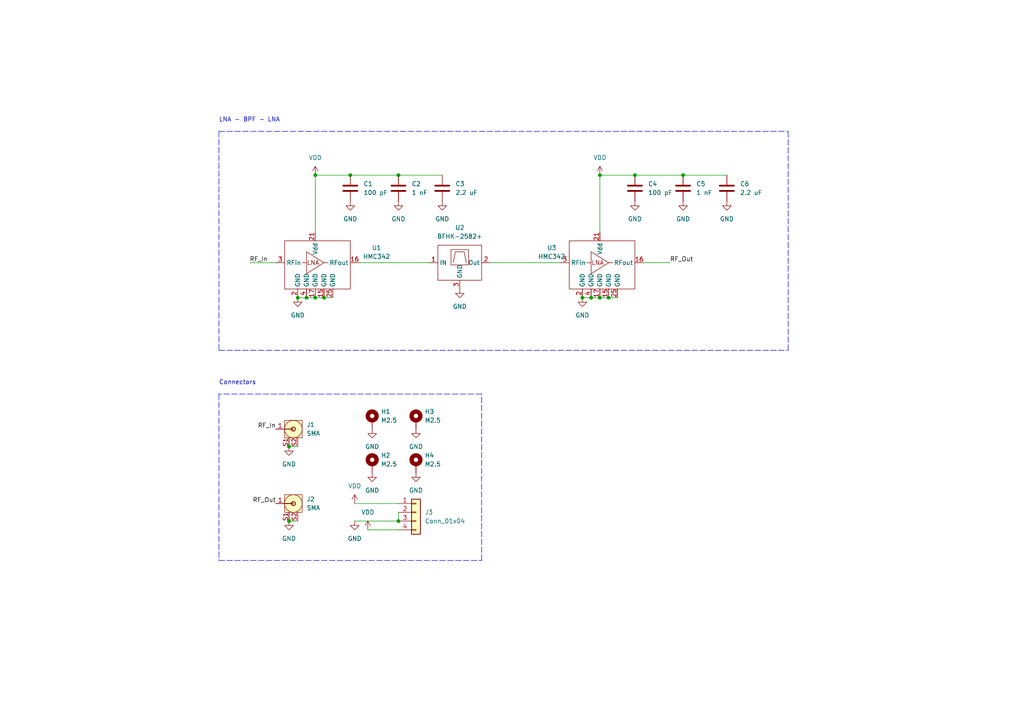
<source format=kicad_sch>
(kicad_sch (version 20211123) (generator eeschema)
  (paper "A4")
  (lib_symbols
    (symbol "Connector_Generic:Conn_01x04" (pin_names (offset 1.016) hide)
      (property "Reference" "J" (at 0 5.08 0))
      (property "Value" "Conn_01x04" (at 0 -7.62 0))
      (symbol "Conn_01x04_1_1"
        (rectangle (start -1.27 -4.953) (end 0 -5.207) (stroke (width 0.1524)))
        (rectangle (start -1.27 -2.413) (end 0 -2.667) (stroke (width 0.1524)))
        (rectangle (start -1.27 0.127) (end 0 -0.127) (stroke (width 0.1524)))
        (rectangle (start -1.27 2.667) (end 0 2.413) (stroke (width 0.1524)))
        (rectangle (start -1.27 3.81) (end 1.27 -6.35) (stroke (width 0.254)) (fill (type background)))
        (pin passive line (at -5.08 2.54 0) (length 3.81) (name "Pin_1") (number "1"))
        (pin passive line (at -5.08 0 0) (length 3.81) (name "Pin_2") (number "2"))
        (pin passive line (at -5.08 -2.54 0) (length 3.81) (name "Pin_3") (number "3"))
        (pin passive line (at -5.08 -5.08 0) (length 3.81) (name "Pin_4") (number "4"))
      )
    )
    (symbol "Device:C" (pin_numbers hide) (pin_names (offset 0.254))
      (property "Reference" "C" (at 0.635 2.54 0))
      (property "Value" "C" (at 0.635 -2.54 0))
      (symbol "C_0_1"
        (polyline (pts (xy -2.032 -0.762) (xy 2.032 -0.762)) (stroke (width 0.508)))
        (polyline (pts (xy -2.032 0.762) (xy 2.032 0.762)) (stroke (width 0.508)))
      )
      (symbol "C_1_1"
        (pin passive line (at 0 3.81 270) (length 2.794) (name "~") (number "1"))
        (pin passive line (at 0 -3.81 90) (length 2.794) (name "~") (number "2"))
      )
    )
    (symbol "GGS_Connectors:SMA"
      (property "Reference" "J" (at 3.81 12.7 0))
      (property "Value" "SMA" (at 5.08 10.16 0))
      (symbol "SMA_0_1"
        (polyline (pts (xy 6.35 6.35) (xy 3.81 6.35)) (stroke (width 0.254)))
        (rectangle (start 3.81 8.89) (end 8.89 3.81) (fill (type background)))
        (circle (center 6.35 6.35) (radius 0.568) (stroke (width 0.254)))
        (circle (center 6.35 6.35) (radius 2.54))
      )
      (symbol "SMA_1_1"
        (pin bidirectional line (at 1.27 6.35 0) (length 2.54) (name "") (number "1"))
        (pin power_in line (at 5.08 1.27 90) (length 2.54) (name "") (number "S1"))
        (pin power_in line (at 7.62 1.27 90) (length 2.54) (name "") (number "S2"))
      )
    )
    (symbol "GGS_RF:BFHK-2582+"
      (property "Reference" "U" (at 0 0 0))
      (property "Value" "BFHK-2582+" (at 0 0 0))
      (symbol "BFHK-2582+_0_0"
        (polyline (pts (xy 8.255 6.35) (xy 8.89 9.525) (xy 11.43 9.525) (xy 12.065 6.35)))
        (rectangle (start 3.81 11.43) (end 16.51 1.27))
        (rectangle (start 7.62 10.16) (end 12.7 5.715))
        (pin input line (at 1.27 6.35 0) (length 2.54) (name "IN") (number "1"))
        (pin output line (at 19.05 6.35 180) (length 2.54) (name "Out") (number "2"))
        (pin passive line (at 10.16 -1.27 90) (length 2.54) (name "GND") (number "3"))
      )
    )
    (symbol "GGS_RF:HMC342"
      (property "Reference" "U" (at -3.81 22.86 0))
      (property "Value" "HMC342" (at -3.81 25.4 0))
      (symbol "HMC342_0_0"
        (text "LNA" (at 9.525 13.97 0) (effects (font (size 1.27 1.27))))
        (pin unspecified line (at 19.685 -10.795 0) (length 2.54) hide (name "") (number "1"))
        (pin unspecified line (at 19.685 -26.035 0) (length 2.54) hide (name "") (number "10"))
        (pin unspecified line (at 19.685 -28.575 0) (length 2.54) hide (name "") (number "11"))
        (pin unspecified line (at 5.715 -10.795 0) (length 2.54) hide (name "") (number "12"))
        (pin unspecified line (at 5.715 -13.335 0) (length 2.54) hide (name "") (number "13"))
        (pin unspecified line (at 5.715 -15.875 0) (length 2.54) hide (name "") (number "14"))
        (pin passive line (at 12.7 3.81 90) (length 2.54) (name "GND") (number "15"))
        (pin output line (at 22.86 13.97 180) (length 2.54) (name "RFout") (number "16"))
        (pin passive line (at 10.16 3.81 90) (length 2.54) (name "GND") (number "17"))
        (pin unspecified line (at 5.715 -18.415 0) (length 2.54) hide (name "") (number "18"))
        (pin unspecified line (at 5.715 -20.955 0) (length 2.54) hide (name "") (number "19"))
        (pin passive line (at 5.08 3.81 90) (length 2.54) (name "GND") (number "2"))
        (pin unspecified line (at 5.715 -23.495 0) (length 2.54) hide (name "") (number "20"))
        (pin passive line (at 10.16 22.86 270) (length 2.54) (name "Vdd") (number "21"))
        (pin unspecified line (at 5.715 -26.035 0) (length 2.54) hide (name "") (number "22"))
        (pin unspecified line (at 5.715 -28.575 0) (length 2.54) hide (name "") (number "23"))
        (pin unspecified line (at 19.685 -8.255 0) (length 2.54) hide (name "") (number "24"))
        (pin passive line (at 15.24 3.81 90) (length 2.54) (name "GND") (number "25"))
        (pin input line (at -1.27 13.97 0) (length 2.54) (name "RFin") (number "3"))
        (pin passive line (at 7.62 3.81 90) (length 2.54) (name "GND") (number "4"))
        (pin unspecified line (at 19.685 -13.335 0) (length 2.54) hide (name "") (number "5"))
        (pin unspecified line (at 19.685 -15.875 0) (length 2.54) hide (name "") (number "6"))
        (pin unspecified line (at 19.685 -18.415 0) (length 2.54) hide (name "") (number "7"))
        (pin unspecified line (at 19.685 -20.955 0) (length 2.54) hide (name "") (number "8"))
        (pin unspecified line (at 19.685 -23.495 0) (length 2.54) hide (name "") (number "9"))
      )
      (symbol "HMC342_0_1"
        (polyline (pts (xy 7.62 13.97) (xy 6.35 13.97)))
        (polyline (pts (xy 13.97 13.97) (xy 12.7 13.97)))
        (polyline (pts (xy 7.62 17.145) (xy 7.62 10.795) (xy 12.7 13.97) (xy 7.62 17.145)))
        (rectangle (start 1.27 20.32) (end 20.32 6.35))
      )
    )
    (symbol "Mechanical:MountingHole_Pad" (pin_numbers hide) (pin_names (offset 1.016) hide)
      (property "Reference" "H" (at 0 6.35 0))
      (property "Value" "MountingHole_Pad" (at 0 4.445 0))
      (symbol "MountingHole_Pad_0_1"
        (circle (center 0 1.27) (radius 1.27) (stroke (width 1.27)))
      )
      (symbol "MountingHole_Pad_1_1"
        (pin input line (at 0 -2.54 90) (length 2.54) (name "1") (number "1"))
      )
    )
    (symbol "power:GND" (power) (pin_names (offset 0))
      (property "Value" "GND" (at 0 -3.81 0))
      (symbol "GND_0_1"
        (polyline (pts (xy 0 0) (xy 0 -1.27) (xy 1.27 -1.27) (xy 0 -2.54) (xy -1.27 -1.27) (xy 0 -1.27)))
      )
      (symbol "GND_1_1"
        (pin power_in line (at 0 0 270) (length 0) hide (name "GND") (number "1"))
      )
    )
    (symbol "power:VDD" (power) (pin_names (offset 0))
      (property "Value" "VDD" (at 0 3.81 0))
      (symbol "VDD_0_1"
        (polyline (pts (xy -0.762 1.27) (xy 0 2.54)))
        (polyline (pts (xy 0 0) (xy 0 2.54)))
        (polyline (pts (xy 0 2.54) (xy 0.762 1.27)))
      )
      (symbol "VDD_1_1"
        (pin power_in line (at 0 0 90) (length 0) hide (name "VDD") (number "1"))
      )
    )
  )
  (junction (at 176.53 86.36))
  (junction (at 88.9 86.36))
  (junction (at 198.12 50.8))
  (junction (at 173.99 50.8))
  (junction (at 91.44 50.8))
  (junction (at 184.15 50.8))
  (junction (at 83.82 129.54))
  (junction (at 115.57 151.13))
  (junction (at 171.45 86.36))
  (junction (at 168.91 86.36))
  (junction (at 93.98 86.36))
  (junction (at 101.6 50.8))
  (junction (at 83.82 151.13))
  (junction (at 115.57 50.8))
  (junction (at 173.99 86.36))
  (junction (at 86.36 86.36))
  (junction (at 91.44 86.36))
  (wire (pts (xy 104.14 76.2) (xy 124.46 76.2)))
  (wire (pts (xy 184.15 50.8) (xy 198.12 50.8)))
  (polyline (pts (xy 63.5 101.6) (xy 228.6 101.6)))
  (wire (pts (xy 102.87 151.13) (xy 115.57 151.13)))
  (wire (pts (xy 83.82 129.54) (xy 86.36 129.54)))
  (wire (pts (xy 142.24 76.2) (xy 162.56 76.2)))
  (wire (pts (xy 88.9 86.36) (xy 91.44 86.36)))
  (wire (pts (xy 91.44 86.36) (xy 93.98 86.36)))
  (wire (pts (xy 72.39 76.2) (xy 80.01 76.2)))
  (wire (pts (xy 194.31 76.2) (xy 186.69 76.2)))
  (wire (pts (xy 115.57 50.8) (xy 128.27 50.8)))
  (wire (pts (xy 173.99 86.36) (xy 176.53 86.36)))
  (wire (pts (xy 93.98 86.36) (xy 96.52 86.36)))
  (wire (pts (xy 173.99 50.8) (xy 173.99 67.31)))
  (wire (pts (xy 168.91 86.36) (xy 171.45 86.36)))
  (wire (pts (xy 171.45 86.36) (xy 173.99 86.36)))
  (polyline (pts (xy 228.6 101.6) (xy 228.6 38.1)))
  (wire (pts (xy 106.68 153.67) (xy 115.57 153.67)))
  (wire (pts (xy 115.57 148.59) (xy 115.57 151.13)))
  (wire (pts (xy 198.12 50.8) (xy 210.82 50.8)))
  (polyline (pts (xy 63.5 162.56) (xy 139.7 162.56)))
  (polyline (pts (xy 63.5 114.3) (xy 63.5 114.3)))
  (wire (pts (xy 91.44 50.8) (xy 91.44 67.31)))
  (wire (pts (xy 102.87 146.05) (xy 115.57 146.05)))
  (wire (pts (xy 83.82 151.13) (xy 86.36 151.13)))
  (wire (pts (xy 91.44 50.8) (xy 101.6 50.8)))
  (wire (pts (xy 173.99 50.8) (xy 184.15 50.8)))
  (polyline (pts (xy 63.5 114.3) (xy 63.5 162.56)))
  (polyline (pts (xy 139.7 162.56) (xy 139.7 114.3)))
  (wire (pts (xy 101.6 50.8) (xy 115.57 50.8)))
  (wire (pts (xy 86.36 86.36) (xy 88.9 86.36)))
  (polyline (pts (xy 63.5 38.1) (xy 228.6 38.1)))
  (polyline (pts (xy 63.5 38.1) (xy 63.5 101.6)))
  (polyline (pts (xy 139.7 114.3) (xy 63.5 114.3)))
  (wire (pts (xy 176.53 86.36) (xy 179.07 86.36)))
  (text "Connectors" (at 63.5 111.76 0) (effects (font (size 1.27 1.27)) (justify left bottom)))
  (text "LNA - BPF - LNA" (at 63.5 35.56 0) (effects (font (size 1.27 1.27)) (justify left bottom)))
  (label "RF_Out" (at 80.01 146.05 180))
  (label "RF_Out" (at 194.31 76.2 0))
  (label "RF_In" (at 80.01 124.46 180))
  (label "RF_In" (at 72.39 76.2 0))
  (symbol (lib_id "Device:C") (at 198.12 54.61 0) (unit 1)
    (property "Reference" "C5" (at 201.93 53.3399 0) (effects (justify left)))
    (property "Value" "1 nF" (at 201.93 55.8799 0) (effects (justify left)))
    (property "Footprint" "Capacitor_SMD:C_0603_1608Metric" (effects hide))
  )
  (symbol (lib_id "power:VDD") (at 102.87 146.05 0) (unit 1)
    (property "Reference" "#PWR0102" (effects hide))
    (property "Value" "VDD" (at 102.87 140.97 0))
  )
  (symbol (lib_id "Device:C") (at 184.15 54.61 0) (unit 1)
    (property "Reference" "C4" (at 187.96 53.3399 0) (effects (justify left)))
    (property "Value" "100 pF" (at 187.96 55.8799 0) (effects (justify left)))
    (property "Footprint" "Capacitor_SMD:C_0603_1608Metric" (effects hide))
  )
  (symbol (lib_id "GGS_Connectors:SMA") (at 78.74 152.4 0) (unit 1)
    (property "Reference" "J2" (at 88.9 144.7799 0) (effects (justify left)))
    (property "Value" "SMA" (at 88.9 147.3199 0) (effects (justify left)))
    (property "Footprint" "GGS_Connectors:Johnson_142-0761-861" (effects hide))
  )
  (symbol (lib_id "power:GND") (at 120.65 137.16 0) (unit 1)
    (property "Reference" "#PWR09" (effects hide))
    (property "Value" "GND" (at 120.65 142.24 0))
  )
  (symbol (lib_id "power:VDD") (at 91.44 50.8 0) (unit 1)
    (property "Reference" "#PWR04" (effects hide))
    (property "Value" "VDD" (at 91.44 45.72 0))
  )
  (symbol (lib_id "power:GND") (at 184.15 58.42 0) (mirror y) (unit 1)
    (property "Reference" "#PWR017" (effects hide))
    (property "Value" "GND" (at 184.15 63.5 0))
  )
  (symbol (lib_id "power:GND") (at 83.82 129.54 0) (unit 1)
    (property "Reference" "#PWR0103" (effects hide))
    (property "Value" "GND" (at 83.82 134.62 0))
  )
  (symbol (lib_id "GGS_RF:HMC342") (at 163.83 90.17 0) (unit 1)
    (property "Reference" "U3" (at 160.02 71.8693 0))
    (property "Value" "HMC342" (at 160.02 74.4093 0))
    (property "Footprint" "Package_DFN_QFN:QFN-24-1EP_4x4mm_P0.5mm_EP2.6x2.6mm" (effects hide))
  )
  (symbol (lib_id "power:GND") (at 101.6 58.42 0) (mirror y) (unit 1)
    (property "Reference" "#PWR05" (effects hide))
    (property "Value" "GND" (at 101.6 63.5 0))
  )
  (symbol (lib_id "Mechanical:MountingHole_Pad") (at 120.65 121.92 0) (unit 1)
    (property "Reference" "H3" (at 123.19 119.3799 0) (effects (justify left)))
    (property "Value" "M2.5" (at 123.19 121.9199 0) (effects (justify left)))
    (property "Footprint" "MountingHole:MountingHole_2.7mm_M2.5_Pad" (effects hide))
  )
  (symbol (lib_id "power:GND") (at 128.27 58.42 0) (mirror y) (unit 1)
    (property "Reference" "#PWR013" (effects hide))
    (property "Value" "GND" (at 128.27 63.5 0))
  )
  (symbol (lib_id "GGS_Connectors:SMA") (at 78.74 130.81 0) (unit 1)
    (property "Reference" "J1" (at 88.9 123.1899 0) (effects (justify left)))
    (property "Value" "SMA" (at 88.9 125.7299 0) (effects (justify left)))
    (property "Footprint" "GGS_Connectors:Johnson_142-0761-861" (effects hide))
  )
  (symbol (lib_id "power:GND") (at 198.12 58.42 0) (mirror y) (unit 1)
    (property "Reference" "#PWR018" (effects hide))
    (property "Value" "GND" (at 198.12 63.5 0))
  )
  (symbol (lib_id "power:GND") (at 107.95 137.16 0) (unit 1)
    (property "Reference" "#PWR07" (effects hide))
    (property "Value" "GND" (at 107.95 142.24 0))
  )
  (symbol (lib_id "power:GND") (at 133.35 83.82 0) (mirror y) (unit 1)
    (property "Reference" "#PWR014" (effects hide))
    (property "Value" "GND" (at 133.35 88.9 0))
  )
  (symbol (lib_id "GGS_RF:BFHK-2582+") (at 123.19 82.55 0) (unit 1)
    (property "Reference" "U2" (at 133.35 66.04 0))
    (property "Value" "BFHK-2582+" (at 133.35 68.58 0))
    (property "Footprint" "GGS_RF:NM1812C-2" (effects hide))
  )
  (symbol (lib_id "power:GND") (at 210.82 58.42 0) (mirror y) (unit 1)
    (property "Reference" "#PWR019" (effects hide))
    (property "Value" "GND" (at 210.82 63.5 0))
  )
  (symbol (lib_id "Device:C") (at 128.27 54.61 0) (unit 1)
    (property "Reference" "C3" (at 132.08 53.3399 0) (effects (justify left)))
    (property "Value" "2.2 uF" (at 132.08 55.8799 0) (effects (justify left)))
    (property "Footprint" "Capacitor_SMD:C_0603_1608Metric" (effects hide))
  )
  (symbol (lib_id "power:GND") (at 107.95 124.46 0) (unit 1)
    (property "Reference" "#PWR06" (effects hide))
    (property "Value" "GND" (at 107.95 129.54 0))
  )
  (symbol (lib_id "power:GND") (at 86.36 86.36 0) (mirror y) (unit 1)
    (property "Reference" "#PWR03" (effects hide))
    (property "Value" "GND" (at 86.36 91.44 0))
  )
  (symbol (lib_id "power:VDD") (at 173.99 50.8 0) (unit 1)
    (property "Reference" "#PWR016" (effects hide))
    (property "Value" "VDD" (at 173.99 45.72 0))
  )
  (symbol (lib_id "Connector_Generic:Conn_01x04") (at 120.65 148.59 0) (unit 1)
    (property "Reference" "J3" (at 123.19 148.5899 0) (effects (justify left)))
    (property "Value" "Conn_01x04" (at 123.19 151.1299 0) (effects (justify left)))
    (property "Footprint" "Connector_PinSocket_2.00mm:PinSocket_1x04_P2.00mm_Vertical" (effects hide))
  )
  (symbol (lib_id "Device:C") (at 101.6 54.61 0) (unit 1)
    (property "Reference" "C1" (at 105.41 53.3399 0) (effects (justify left)))
    (property "Value" "100 pF" (at 105.41 55.8799 0) (effects (justify left)))
    (property "Footprint" "Capacitor_SMD:C_0603_1608Metric" (effects hide))
  )
  (symbol (lib_id "power:GND") (at 83.82 151.13 0) (unit 1)
    (property "Reference" "#PWR0105" (effects hide))
    (property "Value" "GND" (at 83.82 156.21 0))
  )
  (symbol (lib_id "Mechanical:MountingHole_Pad") (at 107.95 121.92 0) (unit 1)
    (property "Reference" "H1" (at 110.49 119.3799 0) (effects (justify left)))
    (property "Value" "M2.5" (at 110.49 121.9199 0) (effects (justify left)))
    (property "Footprint" "MountingHole:MountingHole_2.7mm_M2.5_Pad" (effects hide))
  )
  (symbol (lib_id "Mechanical:MountingHole_Pad") (at 120.65 134.62 0) (unit 1)
    (property "Reference" "H4" (at 123.19 132.0799 0) (effects (justify left)))
    (property "Value" "M2.5" (at 123.19 134.6199 0) (effects (justify left)))
    (property "Footprint" "MountingHole:MountingHole_2.7mm_M2.5_Pad" (effects hide))
  )
  (symbol (lib_id "Device:C") (at 115.57 54.61 0) (unit 1)
    (property "Reference" "C2" (at 119.38 53.3399 0) (effects (justify left)))
    (property "Value" "1 nF" (at 119.38 55.8799 0) (effects (justify left)))
    (property "Footprint" "Capacitor_SMD:C_0603_1608Metric" (effects hide))
  )
  (symbol (lib_id "power:GND") (at 115.57 58.42 0) (mirror y) (unit 1)
    (property "Reference" "#PWR010" (effects hide))
    (property "Value" "GND" (at 115.57 63.5 0))
  )
  (symbol (lib_id "Mechanical:MountingHole_Pad") (at 107.95 134.62 0) (unit 1)
    (property "Reference" "H2" (at 110.49 132.0799 0) (effects (justify left)))
    (property "Value" "M2.5" (at 110.49 134.6199 0) (effects (justify left)))
    (property "Footprint" "MountingHole:MountingHole_2.7mm_M2.5_Pad" (effects hide))
  )
  (symbol (lib_id "power:VDD") (at 106.68 153.67 0) (unit 1)
    (property "Reference" "#PWR0101" (effects hide))
    (property "Value" "VDD" (at 106.68 148.59 0))
  )
  (symbol (lib_id "Device:C") (at 210.82 54.61 0) (unit 1)
    (property "Reference" "C6" (at 214.63 53.3399 0) (effects (justify left)))
    (property "Value" "2.2 uF" (at 214.63 55.8799 0) (effects (justify left)))
    (property "Footprint" "Capacitor_SMD:C_0603_1608Metric" (effects hide))
  )
  (symbol (lib_id "power:GND") (at 168.91 86.36 0) (mirror y) (unit 1)
    (property "Reference" "#PWR015" (effects hide))
    (property "Value" "GND" (at 168.91 91.44 0))
  )
  (symbol (lib_id "GGS_RF:HMC342") (at 81.28 90.17 0) (unit 1)
    (property "Reference" "U1" (at 109.22 71.8693 0))
    (property "Value" "HMC342" (at 109.22 74.4093 0))
    (property "Footprint" "Package_DFN_QFN:QFN-24-1EP_4x4mm_P0.5mm_EP2.6x2.6mm" (effects hide))
  )
  (symbol (lib_id "power:GND") (at 102.87 151.13 0) (unit 1)
    (property "Reference" "#PWR0104" (effects hide))
    (property "Value" "GND" (at 102.87 156.21 0))
  )
  (symbol (lib_id "power:GND") (at 120.65 124.46 0) (unit 1)
    (property "Reference" "#PWR08" (effects hide))
    (property "Value" "GND" (at 120.65 129.54 0))
  )
)
</source>
